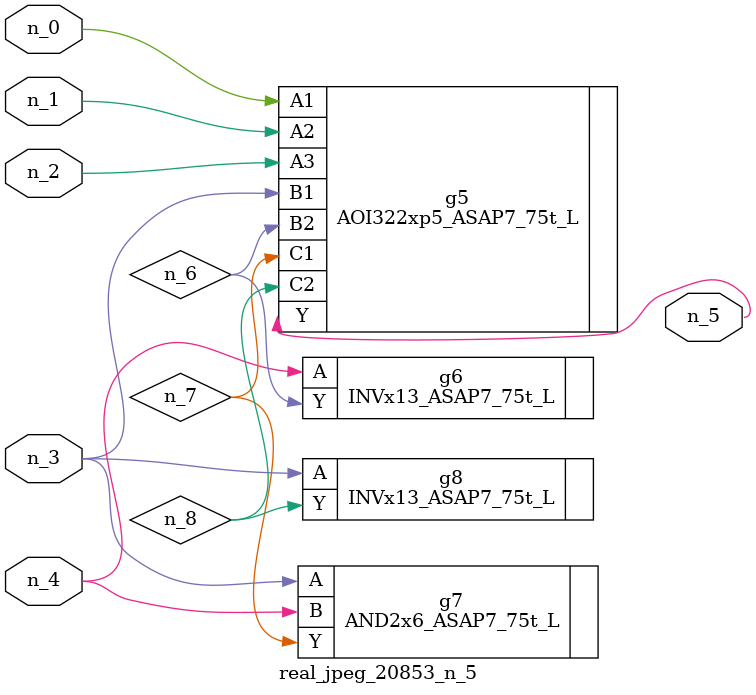
<source format=v>
module real_jpeg_20853_n_5 (n_4, n_0, n_1, n_2, n_3, n_5);

input n_4;
input n_0;
input n_1;
input n_2;
input n_3;

output n_5;

wire n_8;
wire n_6;
wire n_7;

AOI322xp5_ASAP7_75t_L g5 ( 
.A1(n_0),
.A2(n_1),
.A3(n_2),
.B1(n_3),
.B2(n_6),
.C1(n_7),
.C2(n_8),
.Y(n_5)
);

AND2x6_ASAP7_75t_L g7 ( 
.A(n_3),
.B(n_4),
.Y(n_7)
);

INVx13_ASAP7_75t_L g8 ( 
.A(n_3),
.Y(n_8)
);

INVx13_ASAP7_75t_L g6 ( 
.A(n_4),
.Y(n_6)
);


endmodule
</source>
